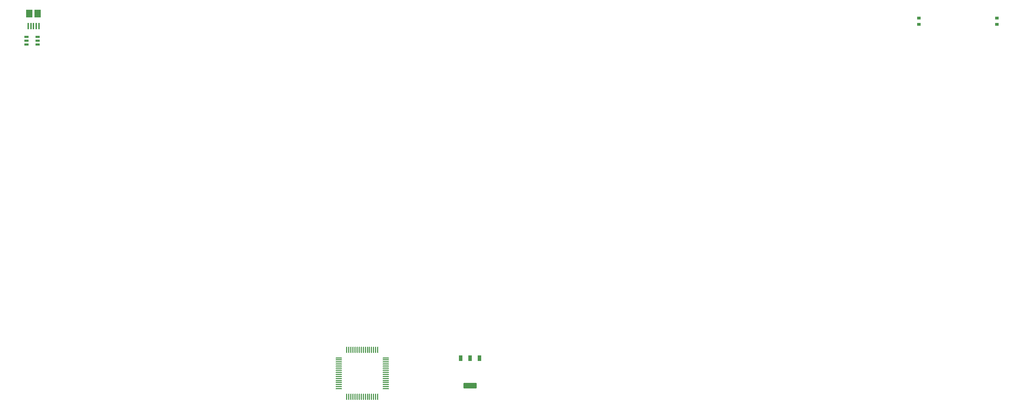
<source format=gbp>
G04*
G04 #@! TF.GenerationSoftware,Altium Limited,Altium Designer,21.2.1 (34)*
G04*
G04 Layer_Color=128*
%FSLAX25Y25*%
%MOIN*%
G70*
G04*
G04 #@! TF.SameCoordinates,E791EE2E-FBA0-4324-A9C2-BCC3054153F0*
G04*
G04*
G04 #@! TF.FilePolarity,Positive*
G04*
G01*
G75*
%ADD22R,0.03543X0.02756*%
%ADD60R,0.01575X0.05906*%
%ADD61R,0.05906X0.07480*%
%ADD62R,0.03937X0.01968*%
G04:AMPARAMS|DCode=63|XSize=127.56mil|YSize=51.58mil|CornerRadius=3.87mil|HoleSize=0mil|Usage=FLASHONLY|Rotation=0.000|XOffset=0mil|YOffset=0mil|HoleType=Round|Shape=RoundedRectangle|*
%AMROUNDEDRECTD63*
21,1,0.12756,0.04384,0,0,0.0*
21,1,0.11982,0.05158,0,0,0.0*
1,1,0.00774,0.05991,-0.02192*
1,1,0.00774,-0.05991,-0.02192*
1,1,0.00774,-0.05991,0.02192*
1,1,0.00774,0.05991,0.02192*
%
%ADD63ROUNDEDRECTD63*%
G04:AMPARAMS|DCode=64|XSize=36.61mil|YSize=51.58mil|CornerRadius=2.75mil|HoleSize=0mil|Usage=FLASHONLY|Rotation=0.000|XOffset=0mil|YOffset=0mil|HoleType=Round|Shape=RoundedRectangle|*
%AMROUNDEDRECTD64*
21,1,0.03661,0.04608,0,0,0.0*
21,1,0.03112,0.05158,0,0,0.0*
1,1,0.00549,0.01556,-0.02304*
1,1,0.00549,-0.01556,-0.02304*
1,1,0.00549,-0.01556,0.02304*
1,1,0.00549,0.01556,0.02304*
%
%ADD64ROUNDEDRECTD64*%
%ADD65O,0.06299X0.01000*%
%ADD66O,0.01000X0.06299*%
D22*
X944193Y382480D02*
D03*
Y376575D02*
D03*
X869488D02*
D03*
Y382480D02*
D03*
D60*
X21882Y375083D02*
D03*
X24441D02*
D03*
X19323D02*
D03*
X27000D02*
D03*
X16764D02*
D03*
D61*
X17945Y386894D02*
D03*
X25819Y386894D02*
D03*
D62*
X25727Y364690D02*
D03*
X15098Y364690D02*
D03*
X25727Y360950D02*
D03*
X25727Y357209D02*
D03*
X15098D02*
D03*
Y360950D02*
D03*
D63*
X439862Y30236D02*
D03*
D64*
X448878Y56575D02*
D03*
X439862Y56575D02*
D03*
X430847Y56575D02*
D03*
D65*
X359271Y56776D02*
D03*
Y54808D02*
D03*
Y52839D02*
D03*
Y50871D02*
D03*
X359271Y48902D02*
D03*
Y46934D02*
D03*
X359271Y44965D02*
D03*
X359271Y42997D02*
D03*
Y41028D02*
D03*
Y39060D02*
D03*
X359271Y37091D02*
D03*
Y35123D02*
D03*
X359271Y33154D02*
D03*
X359271Y31186D02*
D03*
Y29217D02*
D03*
Y27249D02*
D03*
X314192D02*
D03*
Y29217D02*
D03*
X314192Y31186D02*
D03*
Y33154D02*
D03*
Y35123D02*
D03*
Y37091D02*
D03*
Y39060D02*
D03*
Y41028D02*
D03*
Y42997D02*
D03*
Y44965D02*
D03*
X314192Y46934D02*
D03*
Y48902D02*
D03*
X314192Y50871D02*
D03*
X314192Y52839D02*
D03*
X314192Y54808D02*
D03*
Y56776D02*
D03*
D66*
X351495Y19473D02*
D03*
X349527D02*
D03*
X347558Y19473D02*
D03*
X345590D02*
D03*
X343621Y19473D02*
D03*
X341653D02*
D03*
X339684D02*
D03*
X337716D02*
D03*
X335747D02*
D03*
X333779Y19473D02*
D03*
X331810Y19473D02*
D03*
X329842D02*
D03*
X327873D02*
D03*
X325905D02*
D03*
X323936Y19473D02*
D03*
X321968D02*
D03*
Y64552D02*
D03*
X323936D02*
D03*
X325905D02*
D03*
X327873D02*
D03*
X329842Y64552D02*
D03*
X331810D02*
D03*
X333779Y64552D02*
D03*
X335747D02*
D03*
X337716D02*
D03*
X339684D02*
D03*
X341653Y64552D02*
D03*
X343621D02*
D03*
X345590Y64552D02*
D03*
X347558D02*
D03*
X349527D02*
D03*
X351495D02*
D03*
M02*

</source>
